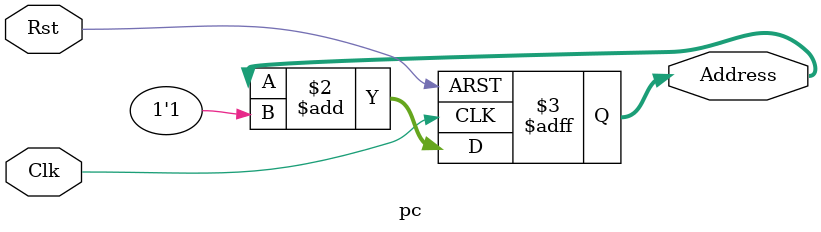
<source format=v>
module pc(Address,Clk,Rst);

	output reg[9:0] Address;
	input Clk, Rst;
	
	always @(posedge Clk or posedge Rst)begin //Trocar o reset com base na FPGA
		if(Rst)begin
			Address <= 10'd0;
		end
		else begin
			Address <= Address + 1'b1;
		end
	end
	
endmodule	
//

</source>
